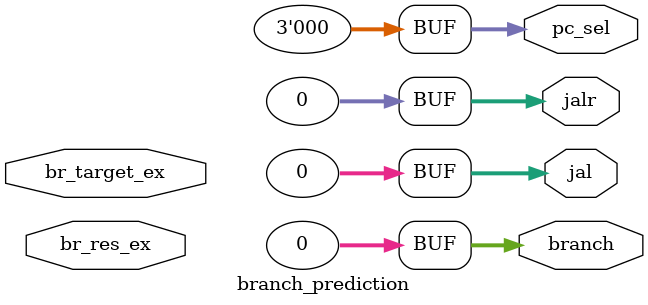
<source format=sv>
`timescale 1ns / 1ps

module branch_prediction
#(parameter WIDTH = 32)
(
        input br_res_ex,
        input [WIDTH-1:0] br_target_ex,
        output logic[2:0] pc_sel, 
        output logic [WIDTH-1:0] jalr,
        output logic [WIDTH-1:0] branch,
        output logic [WIDTH-1:0] jal
    );


    assign jalr = '0;
    assign branch = '0;
    assign jal = '0;

    assign pc_sel = 0;

endmodule

</source>
